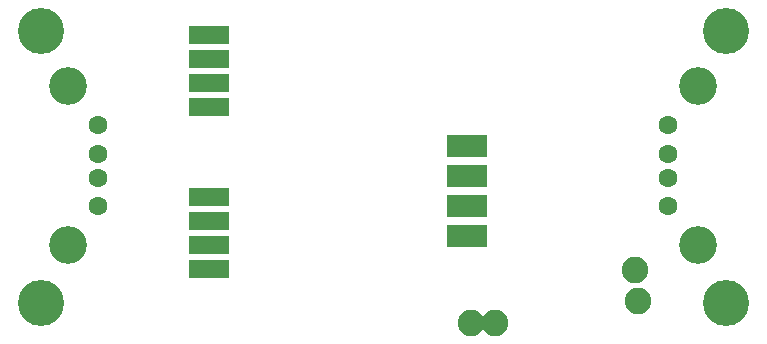
<source format=gbr>
G04 #@! TF.FileFunction,Soldermask,Top*
%FSLAX46Y46*%
G04 Gerber Fmt 4.6, Leading zero omitted, Abs format (unit mm)*
G04 Created by KiCad (PCBNEW 4.0.5+dfsg1-4) date Sat Aug 11 18:46:33 2018*
%MOMM*%
%LPD*%
G01*
G04 APERTURE LIST*
%ADD10C,0.100000*%
%ADD11C,3.900000*%
%ADD12C,1.600000*%
%ADD13C,3.200000*%
%ADD14C,2.250000*%
%ADD15R,3.400000X1.924000*%
%ADD16R,3.400000X1.600000*%
G04 APERTURE END LIST*
D10*
D11*
X124700000Y-85100000D03*
X124700000Y-108100000D03*
X182700000Y-108100000D03*
X182700000Y-85100000D03*
D12*
X177800000Y-99949000D03*
X177800000Y-97536000D03*
X177800000Y-95504000D03*
X177800000Y-93091000D03*
D13*
X180340000Y-89789000D03*
X180340000Y-103251000D03*
D12*
X129540000Y-93091000D03*
X129540000Y-95504000D03*
X129540000Y-97536000D03*
X129540000Y-99949000D03*
D13*
X127000000Y-103251000D03*
X127000000Y-89789000D03*
D14*
X175260000Y-107950000D03*
X174942500Y-105346500D03*
X163131500Y-109791500D03*
X161099500Y-109791500D03*
D15*
X160782000Y-102489000D03*
X160782000Y-99949000D03*
X160782000Y-97409000D03*
X160782000Y-94869000D03*
D16*
X138938000Y-85471000D03*
X138938000Y-87503000D03*
X138938000Y-89535000D03*
X138938000Y-91567000D03*
X138938000Y-99187000D03*
X138938000Y-101219000D03*
X138938000Y-103251000D03*
X138938000Y-105283000D03*
M02*

</source>
